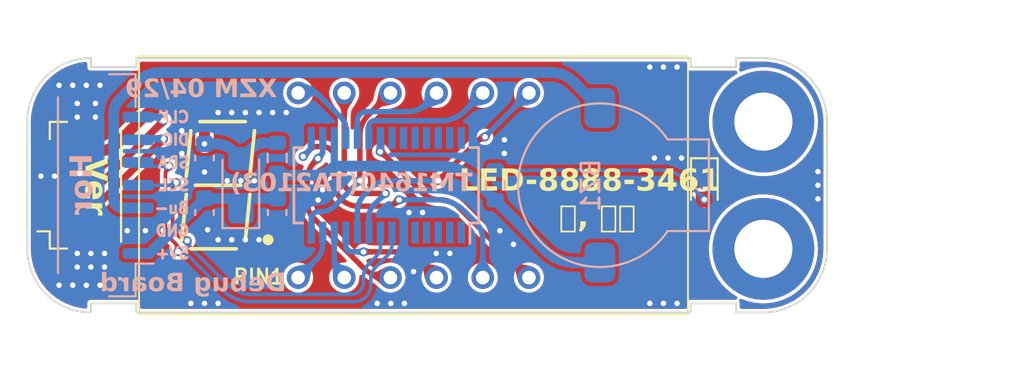
<source format=kicad_pcb>
(kicad_pcb (version 20240108) (generator "pcbnew") (generator_version "8.0")
  (layers (0 "F.Cu" signal) (31 "B.Cu" signal) (34 "B.Paste" user) (35 "F.Paste" user) (36 "B.SilkS" user "B.Silkscreen") (37 "F.SilkS" user "F.Silkscreen") (38 "B.Mask" user) (39 "F.Mask" user) (44 "Edge.Cuts" user))
  (net 0 "")
  (net 1 "/Buzzer-")
  (net 2 "+5V")
  (net 3 "GND")
  (net 4 "3V3_SWD")
  (net 5 "/I2C4_SCL")
  (net 6 "/I2C4_SDA")
  (net 7 "/SWDIO")
  (net 8 "/SWCLK")
  (net 14 "/SEG1")
  (net 15 "/SEG2")
  (net 16 "/SEG3")
  (net 17 "/SEG4")
  (net 18 "/SEG5")
  (net 19 "/SEG6")
  (net 20 "/SEG7")
  (net 21 "/SEG8")
  (net 22 "/GRID1")
  (net 23 "/GRID2")
  (net 24 "/GRID3")
  (net 25 "/GRID4")
  (net 33 "Net-(D2-A)")
  (footprint "Connector_Molex:Molex_PicoBlade_53398-0471_1x04-1MP_P1.25mm_Vertical" (layer "F.Cu") (at 107.95 73.25 90)
    (property "Reference" "J2" (hide yes))
    (property "Value" "SWD")
    (fp_line (start 3.485 -1.21) (end 2.535 -1.21) (stroke (width 0.12)) (layer "F.SilkS"))
    (fp_line (start -2.535 -1.21) (end -2.535 -1.9) (stroke (width 0.12)) (layer "F.SilkS"))
    (fp_line (start -3.485 -1.21) (end -2.535 -1.21) (stroke (width 0.12)) (layer "F.SilkS"))
    (fp_line (start 3.485 -0.26) (end 3.485 -1.21) (stroke (width 0.12)) (layer "F.SilkS"))
    (fp_line (start -3.485 -0.26) (end -3.485 -1.21) (stroke (width 0.12)) (layer "F.SilkS"))
    (fp_line (start -3.115 2.71) (end 3.115 2.71) (stroke (width 0.12)) (layer "F.SilkS"))
    (pad "1" smd roundrect (at -1.875 -1.25 90) (size 0.8 1.3) (layers "F.Cu" "F.Paste" "F.Mask") (net 7 "/SWDIO"))
    (pad "2" smd roundrect (at -0.625 -1.25 90) (size 0.8 1.3) (layers "F.Cu" "F.Paste" "F.Mask") (net 8 "/SWCLK"))
    (pad "3" smd roundrect (at 0.625 -1.25 90) (size 0.8 1.3) (layers "F.Cu" "F.Paste" "F.Mask") (net 3 "GND"))
    (pad "4" smd roundrect (at 1.875 -1.25 90) (size 0.8 1.3) (layers "F.Cu" "F.Paste" "F.Mask") (net 4 "3V3_SWD"))
    (pad "MP" smd roundrect (at -4.425 1.5 90) (size 2.1 3) (layers "F.Cu" "F.Paste" "F.Mask") (roundrect_rratio 0.1190480952) (net 3 "GND"))
    (pad "MP" smd roundrect (at 4.425 1.5 90) (size 2.1 3) (layers "F.Cu" "F.Paste" "F.Mask") (roundrect_rratio 0.1190480952) (net 3 "GND"))
  )
  (footprint "LED_SMD:LED_0603_1608Metric" (layer "F.Cu") (at 142.75 73.25 -90)
    (property "Reference" "D2" (hide yes))
    (property "Value" "G")
    (fp_line (start -1.485 0.735) (end 0.8 0.735) (stroke (width 0.12)) (layer "F.SilkS"))
    (fp_line (start -1.485 -0.735) (end -1.485 0.735) (stroke (width 0.12)) (layer "F.SilkS"))
    (fp_line (start 0.8 -0.735) (end -1.485 -0.735) (stroke (width 0.12)) (layer "F.SilkS"))
    (pad "1" smd roundrect (at -0.7875 0 270) (size 0.875 0.95) (layers "F.Cu" "F.Paste" "F.Mask") (net 3 "GND"))
    (pad "2" smd roundrect (at 0.7875 0 270) (size 0.875 0.95) (layers "F.Cu" "F.Paste" "F.Mask") (net 33 "Net-(D2-A)"))
  )
  (footprint "MountingHole:MountingHole_3.2mm_M3_DIN965_Pad" (layer "F.Cu") (at 146 76.75)
    (property "Reference" "REF**" (hide yes))
    (property "Value" "MountingHole_3.2mm_M3_DIN965_Pad")
    (pad "1" thru_hole circle (at 0 0) (size 5.6 5.6) (drill 3.2) (layers "*.Cu" "*.Mask"))
  )
  (footprint "AEX7 Others:LED-8888-3461" (layer "F.Cu") (at 126.75 73.25)
    (property "Reference" "U2" (hide yes))
    (property "Value" "3461")
    (fp_line (start -12.75 3) (end -12.5 0.5) (stroke (width 0.2)) (layer "F.SilkS"))
    (fp_line (start -12.5 -0.5) (end -12.25 -3) (stroke (width 0.2)) (layer "F.SilkS"))
    (fp_line (start -9.75 3.5) (end -12.25 3.5) (stroke (width 0.2)) (layer "F.SilkS"))
    (fp_line (start -9.5 0) (end -12 0) (stroke (width 0.2)) (layer "F.SilkS"))
    (fp_line (start -9.25 -3.5) (end -11.75 -3.5) (stroke (width 0.2)) (layer "F.SilkS"))
    (fp_line (start -9.25 3) (end -9 0.5) (stroke (width 0.2)) (layer "F.SilkS"))
    (fp_line (start -9 -0.5) (end -8.75 -3) (stroke (width 0.2)) (layer "F.SilkS"))
    (fp_rect (start -15.1 -7.1) (end 15.1 7.1) (stroke (width 0.1)) (fill none) (layer "F.SilkS"))
    (fp_circle (center -8 3) (end -7.85 3) (stroke (width 0.3)) (fill none) (layer "F.SilkS"))
    (fp_text user "PIN1" (at -10 5.5 0) (layer "F.SilkS") (effects (font (size 0.8 0.8) (thickness 0.15) (bold yes)) (justify left bottom)))
    (pad "1" thru_hole circle (at -6.35 5.08) (size 1.25 1.25) (drill 0.75) (layers "*.Cu" "*.Mask") (net 18 "/SEG5"))
    (pad "2" thru_hole circle (at -3.81 5.08) (size 1.25 1.25) (drill 0.75) (layers "*.Cu" "*.Mask") (net 17 "/SEG4"))
    (pad "3" thru_hole circle (at -1.27 5.08) (size 1.25 1.25) (drill 0.75) (layers "*.Cu" "*.Mask") (net 21 "/SEG8"))
    (pad "4" thru_hole circle (at 1.27 5.08) (size 1.25 1.25) (drill 0.75) (layers "*.Cu" "*.Mask") (net 16 "/SEG3"))
    (pad "5" thru_hole circle (at 3.81 5.08) (size 1.25 1.25) (drill 0.75) (layers "*.Cu" "*.Mask") (net 20 "/SEG7"))
    (pad "6" thru_hole circle (at 6.35 5.08) (size 1.25 1.25) (drill 0.75) (layers "*.Cu" "*.Mask") (net 25 "/GRID4"))
    (pad "7" thru_hole circle (at 6.35 -5.08) (size 1.25 1.25) (drill 0.75) (layers "*.Cu" "*.Mask") (net 15 "/SEG2"))
    (pad "8" thru_hole circle (at 3.81 -5.08) (size 1.25 1.25) (drill 0.75) (layers "*.Cu" "*.Mask") (net 24 "/GRID3"))
    (pad "9" thru_hole circle (at 1.27 -5.08) (size 1.25 1.25) (drill 0.75) (layers "*.Cu" "*.Mask") (net 23 "/GRID2"))
    (pad "10" thru_hole circle (at -1.27 -5.08) (size 1.25 1.25) (drill 0.75) (layers "*.Cu" "*.Mask") (net 19 "/SEG6"))
    (pad "11" thru_hole circle (at -3.81 -5.08) (size 1.25 1.25) (drill 0.75) (layers "*.Cu" "*.Mask") (net 14 "/SEG1"))
    (pad "12" thru_hole circle (at -6.35 -5.08) (size 1.25 1.25) (drill 0.75) (layers "*.Cu" "*.Mask") (net 22 "/GRID1"))
  )
  (footprint "MountingHole:MountingHole_3.2mm_M3_DIN965_Pad" (layer "F.Cu") (at 146 69.75)
    (property "Reference" "REF**" (hide yes))
    (property "Value" "MountingHole_3.2mm_M3_DIN965_Pad")
    (pad "1" thru_hole circle (at 0 0) (size 5.6 5.6) (drill 3.2) (layers "*.Cu" "*.Mask"))
  )
  (footprint "RM24:MLT-9032" (layer "B.Cu") (at 137 73.25 -90)
    (property "Reference" "BZ1" (at 0 0.5 90) (layer "B.SilkS") (effects (justify mirror)))
    (property "Value" "Buzzer")
    (fp_line (start -2.519358 -3.72865) (end -2.519358 -6) (stroke (width 0.12)) (layer "B.SilkS"))
    (fp_line (start 2.519358 -3.72865) (end 2.519358 -6) (stroke (width 0.12)) (layer "B.SilkS"))
    (fp_line (start 2.519358 -6) (end -2.519358 -6) (stroke (width 0.12)) (layer "B.SilkS"))
    (fp_arc (start 2.519358 -3.72865) (mid 0 4.5) (end -2.519358 -3.72865) (stroke (width 0.12)) (layer "B.SilkS"))
    (pad "1" smd roundrect (at -4.25 0 270) (size 2.2 1.7) (layers "B.Cu" "B.Paste" "B.Mask") (net 1 "/Buzzer-"))
    (pad "2" smd roundrect (at 4.25 0 270) (size 2.2 1.7) (layers "B.Cu" "B.Paste" "B.Mask") (net 2 "+5V"))
  )
  (footprint "Connector_JST:JST_GH_SM07B-GHS-TB_1x07-1MP_P1.25mm_Horizontal" (layer "B.Cu") (at 109.75 73.25 90)
    (property "Reference" "J3" (hide yes))
    (property "Value" "Conn_01x07_MountingPin")
    (fp_line (start -4.84 -2.56) (end 4.84 -2.56) (stroke (width 0.12)) (layer "B.SilkS"))
    (fp_line (start 6.11 0.26) (end 6.11 1.71) (stroke (width 0.12)) (layer "B.SilkS"))
    (fp_line (start -6.11 0.26) (end -6.11 1.71) (stroke (width 0.12)) (layer "B.SilkS"))
    (fp_line (start 6.11 1.71) (end 4.31 1.71) (stroke (width 0.12)) (layer "B.SilkS"))
    (fp_line (start -4.31 1.71) (end -4.31 2.7) (stroke (width 0.12)) (layer "B.SilkS"))
    (fp_line (start -6.11 1.71) (end -4.31 1.71) (stroke (width 0.12)) (layer "B.SilkS"))
    (pad "1" smd roundrect (at -3.75 1.85 90) (size 0.6 1.7) (layers "B.Cu" "B.Paste" "B.Mask") (net 2 "+5V"))
    (pad "2" smd roundrect (at -2.5 1.85 90) (size 0.6 1.7) (layers "B.Cu" "B.Paste" "B.Mask") (net 3 "GND"))
    (pad "3" smd roundrect (at -1.25 1.85 90) (size 0.6 1.7) (layers "B.Cu" "B.Paste" "B.Mask") (net 1 "/Buzzer-"))
    (pad "4" smd roundrect (at 0 1.85 90) (size 0.6 1.7) (layers "B.Cu" "B.Paste" "B.Mask") (net 5 "/I2C4_SCL"))
    (pad "5" smd roundrect (at 1.25 1.85 90) (size 0.6 1.7) (layers "B.Cu" "B.Paste" "B.Mask") (net 6 "/I2C4_SDA"))
    (pad "6" smd roundrect (at 2.5 1.85 90) (size 0.6 1.7) (layers "B.Cu" "B.Paste" "B.Mask") (net 7 "/SWDIO"))
    (pad "7" smd roundrect (at 3.75 1.85 90) (size 0.6 1.7) (layers "B.Cu" "B.Paste" "B.Mask") (net 8 "/SWCLK"))
    (pad "MP" smd roundrect (at -5.6 -1.35 90) (size 1 2.7) (layers "B.Cu" "B.Paste" "B.Mask") (net 3 "GND"))
    (pad "MP" smd roundrect (at 5.6 -1.35 90) (size 1 2.7) (layers "B.Cu" "B.Paste" "B.Mask") (net 3 "GND"))
  )
  (footprint "Package_SO:SSOP-28_3.9x9.9mm_P0.635mm" (layer "B.Cu") (at 125.25 73.25 90)
    (property "Reference" "U1" (hide yes))
    (property "Value" "TM1640(TA2103) SSOP-28")
    (fp_line (start 2.075 -5.08) (end 2.075 -4.6) (stroke (width 0.15)) (layer "B.SilkS"))
    (fp_line (start -2.075 -5.08) (end 2.075 -5.08) (stroke (width 0.15)) (layer "B.SilkS"))
    (fp_line (start -2.075 -5.08) (end -2.075 -4.6) (stroke (width 0.15)) (layer "B.SilkS"))
    (fp_line (start -2.075 4.6) (end -3.2 4.6) (stroke (width 0.15)) (layer "B.SilkS"))
    (fp_line (start 2.075 5.08) (end 2.075 4.6) (stroke (width 0.15)) (layer "B.SilkS"))
    (fp_line (start -2.075 5.08) (end -2.075 4.6) (stroke (width 0.15)) (layer "B.SilkS"))
    (fp_line (start -2.075 5.08) (end 2.075 5.08) (stroke (width 0.15)) (layer "B.SilkS"))
    (pad "1" smd rect (at -2.6 4.1275 90) (size 1.2 0.4) (layers "B.Cu" "B.Paste" "B.Mask"))
    (pad "2" smd rect (at -2.6 3.4925 90) (size 1.2 0.4) (layers "B.Cu" "B.Paste" "B.Mask"))
    (pad "3" smd rect (at -2.6 2.8575 90) (size 1.2 0.4) (layers "B.Cu" "B.Paste" "B.Mask"))
    (pad "4" smd rect (at -2.6 2.2225 90) (size 1.2 0.4) (layers "B.Cu" "B.Paste" "B.Mask"))
    (pad "5" smd rect (at -2.6 1.5875 90) (size 1.2 0.4) (layers "B.Cu" "B.Paste" "B.Mask"))
    (pad "6" smd rect (at -2.6 0.9525 90) (size 1.2 0.4) (layers "B.Cu" "B.Paste" "B.Mask") (net 3 "GND"))
    (pad "7" smd rect (at -2.6 0.3175 90) (size 1.2 0.4) (layers "B.Cu" "B.Paste" "B.Mask") (net 6 "/I2C4_SDA"))
    (pad "8" smd rect (at -2.6 -0.3175 90) (size 1.2 0.4) (layers "B.Cu" "B.Paste" "B.Mask") (net 5 "/I2C4_SCL"))
    (pad "9" smd rect (at -2.6 -0.9525 90) (size 1.2 0.4) (layers "B.Cu" "B.Paste" "B.Mask") (net 14 "/SEG1"))
    (pad "10" smd rect (at -2.6 -1.5875 90) (size 1.2 0.4) (layers "B.Cu" "B.Paste" "B.Mask") (net 15 "/SEG2"))
    (pad "11" smd rect (at -2.6 -2.2225 90) (size 1.2 0.4) (layers "B.Cu" "B.Paste" "B.Mask") (net 16 "/SEG3"))
    (pad "12" smd rect (at -2.6 -2.8575 90) (size 1.2 0.4) (layers "B.Cu" "B.Paste" "B.Mask") (net 17 "/SEG4"))
    (pad "13" smd rect (at -2.6 -3.4925 90) (size 1.2 0.4) (layers "B.Cu" "B.Paste" "B.Mask") (net 18 "/SEG5"))
    (pad "14" smd rect (at -2.6 -4.1275 90) (size 1.2 0.4) (layers "B.Cu" "B.Paste" "B.Mask") (net 19 "/SEG6"))
    (pad "15" smd rect (at 2.6 -4.1275 90) (size 1.2 0.4) (layers "B.Cu" "B.Paste" "B.Mask") (net 20 "/SEG7"))
    (pad "16" smd rect (at 2.6 -3.4925 90) (size 1.2 0.4) (layers "B.Cu" "B.Paste" "B.Mask") (net 21 "/SEG8"))
    (pad "17" smd rect (at 2.6 -2.8575 90) (size 1.2 0.4) (layers "B.Cu" "B.Paste" "B.Mask") (net 2 "+5V"))
    (pad "18" smd rect (at 2.6 -2.2225 90) (size 1.2 0.4) (layers "B.Cu" "B.Paste" "B.Mask") (net 22 "/GRID1"))
    (pad "19" smd rect (at 2.6 -1.5875 90) (size 1.2 0.4) (layers "B.Cu" "B.Paste" "B.Mask") (net 23 "/GRID2"))
    (pad "20" smd rect (at 2.6 -0.9525 90) (size 1.2 0.4) (layers "B.Cu" "B.Paste" "B.Mask") (net 24 "/GRID3"))
    (pad "21" smd rect (at 2.6 -0.3175 90) (size 1.2 0.4) (layers "B.Cu" "B.Paste" "B.Mask") (net 25 "/GRID4"))
    (pad "22" smd rect (at 2.6 0.3175 90) (size 1.2 0.4) (layers "B.Cu" "B.Paste" "B.Mask"))
    (pad "23" smd rect (at 2.6 0.9525 90) (size 1.2 0.4) (layers "B.Cu" "B.Paste" "B.Mask"))
    (pad "24" smd rect (at 2.6 1.5875 90) (size 1.2 0.4) (layers "B.Cu" "B.Paste" "B.Mask"))
    (pad "25" smd rect (at 2.6 2.2225 90) (size 1.2 0.4) (layers "B.Cu" "B.Paste" "B.Mask"))
    (pad "26" smd rect (at 2.6 2.8575 90) (size 1.2 0.4) (layers "B.Cu" "B.Paste" "B.Mask"))
    (pad "27" smd rect (at 2.6 3.4925 90) (size 1.2 0.4) (layers "B.Cu" "B.Paste" "B.Mask"))
    (pad "28" smd rect (at 2.6 4.1275 90) (size 1.2 0.4) (layers "B.Cu" "B.Paste" "B.Mask"))
  )
  (footprint "Capacitor_SMD:C_0603_1608Metric" (layer "B.Cu") (at 115.25 74.75 -90)
    (property "Reference" "C1" (hide yes))
    (property "Value" "100n")
    (fp_line (start -0.14058 0.51) (end 0.14058 0.51) (stroke (width 0.12)) (layer "B.SilkS"))
    (fp_line (start -0.14058 -0.51) (end 0.14058 -0.51) (stroke (width 0.12)) (layer "B.SilkS"))
    (pad "1" smd roundrect (at -0.775 0 270) (size 0.9 0.95) (layers "B.Cu" "B.Paste" "B.Mask") (net 2 "+5V"))
    (pad "2" smd roundrect (at 0.775 0 270) (size 0.9 0.95) (layers "B.Cu" "B.Paste" "B.Mask") (net 3 "GND"))
  )
  (footprint "Resistor_SMD:R_0603_1608Metric" (layer "B.Cu") (at 119.25 71.75 -90)
    (property "Reference" "R1" (hide yes))
    (property "Value" "10k")
    (fp_line (start -0.237258 0.5225) (end 0.237258 0.5225) (stroke (width 0.12)) (layer "B.SilkS"))
    (fp_line (start -0.237258 -0.5225) (end 0.237258 -0.5225) (stroke (width 0.12)) (layer "B.SilkS"))
    (pad "1" smd roundrect (at -0.825 0 270) (size 0.8 0.95) (layers "B.Cu" "B.Paste" "B.Mask") (net 4 "3V3_SWD"))
    (pad "2" smd roundrect (at 0.825 0 270) (size 0.8 0.95) (layers "B.Cu" "B.Paste" "B.Mask") (net 2 "+5V"))
  )
  (footprint "Capacitor_SMD:C_0603_1608Metric" (layer "B.Cu") (at 115.25 71.75 -90)
    (property "Reference" "C3" (hide yes))
    (property "Value" "10u")
    (fp_line (start -0.14058 0.51) (end 0.14058 0.51) (stroke (width 0.12)) (layer "B.SilkS"))
    (fp_line (start -0.14058 -0.51) (end 0.14058 -0.51) (stroke (width 0.12)) (layer "B.SilkS"))
    (pad "1" smd roundrect (at -0.775 0 270) (size 0.9 0.95) (layers "B.Cu" "B.Paste" "B.Mask") (net 4 "3V3_SWD"))
    (pad "2" smd roundrect (at 0.775 0 270) (size 0.9 0.95) (layers "B.Cu" "B.Paste" "B.Mask") (net 3 "GND"))
  )
  (footprint "Diode_SMD:D_SMF" (layer "B.Cu") (at 117.25 73.25 90)
    (property "Reference" "D1" (hide yes))
    (property "Value" "K34")
    (fp_line (start -2.36 -1.01) (end 1.4 -1.01) (stroke (width 0.12)) (layer "B.SilkS"))
    (fp_line (start -2.36 1.01) (end -2.36 -1.01) (stroke (width 0.12)) (layer "B.SilkS"))
    (fp_line (start -2.36 1.01) (end 1.4 1.01) (stroke (width 0.12)) (layer "B.SilkS"))
    (pad "1" smd roundrect (at -1.45 0 90) (size 1.3 1.4) (layers "B.Cu" "B.Paste" "B.Mask") (roundrect_rratio 0.1923076923) (net 2 "+5V"))
    (pad "2" smd roundrect (at 1.45 0 90) (size 1.3 1.4) (layers "B.Cu" "B.Paste" "B.Mask") (roundrect_rratio 0.1923076923) (net 4 "3V3_SWD"))
  )
  (footprint "Resistor_SMD:R_0603_1608Metric" (layer "B.Cu") (at 131.25 73.25 90)
    (property "Reference" "R2" (hide yes))
    (property "Value" "10k")
    (fp_line (start -0.237258 -0.5225) (end 0.237258 -0.5225) (stroke (width 0.12)) (layer "B.SilkS"))
    (fp_line (start -0.237258 0.5225) (end 0.237258 0.5225) (stroke (width 0.12)) (layer "B.SilkS"))
    (pad "1" smd roundrect (at -0.825 0 90) (size 0.8 0.95) (layers "B.Cu" "B.Paste" "B.Mask") (net 2 "+5V"))
    (pad "2" smd roundrect (at 0.825 0 90) (size 0.8 0.95) (layers "B.Cu" "B.Paste" "B.Mask") (net 33 "Net-(D2-A)"))
  )
  (footprint "Capacitor_SMD:C_0603_1608Metric" (layer "B.Cu") (at 119.25 74.75 -90)
    (property "Reference" "C2" (hide yes))
    (property "Value" "10u")
    (fp_line (start -0.14058 0.51) (end 0.14058 0.51) (stroke (width 0.12)) (layer "B.SilkS"))
    (fp_line (start -0.14058 -0.51) (end 0.14058 -0.51) (stroke (width 0.12)) (layer "B.SilkS"))
    (pad "1" smd roundrect (at -0.775 0 270) (size 0.9 0.95) (layers "B.Cu" "B.Paste" "B.Mask") (net 2 "+5V"))
    (pad "2" smd roundrect (at 0.775 0 270) (size 0.9 0.95) (layers "B.Cu" "B.Paste" "B.Mask") (net 3 "GND"))
  )
  (gr_line (start 144.5 66.75) (end 142 66.75) (stroke (width 0.1)) (layer "Edge.Cuts"))
  (gr_line (start 111.5 79.75) (end 111.5 80.25) (stroke (width 0.1)) (layer "Edge.Cuts"))
  (gr_line (start 109 66.75) (end 109 66.25) (stroke (width 0.1)) (layer "Edge.Cuts"))
  (gr_line (start 149.5 69.75) (end 149.5 76.75) (stroke (width 0.1)) (layer "Edge.Cuts"))
  (gr_line (start 111.5 66.25) (end 111.5 66.75) (stroke (width 0.1)) (layer "Edge.Cuts"))
  (gr_line (start 142 66.75) (end 142 66.25) (stroke (width 0.1)) (layer "Edge.Cuts"))
  (gr_line (start 142 80.25) (end 111.5 80.25) (stroke (width 0.1)) (layer "Edge.Cuts"))
  (gr_line (start 142 80.25) (end 142 79.75) (stroke (width 0.1)) (layer "Edge.Cuts"))
  (gr_arc (start 146 66.25) (mid 148.474874 67.275126) (end 149.5 69.75) (stroke (width 0.1)) (layer "Edge.Cuts"))
  (gr_arc (start 149.5 76.75) (mid 148.474874 79.224874) (end 146 80.25) (stroke (width 0.1)) (layer "Edge.Cuts"))
  (gr_line (start 109 80.25) (end 109 79.75) (stroke (width 0.1)) (layer "Edge.Cuts"))
  (gr_line (start 111.5 66.25) (end 142 66.25) (stroke (width 0.1)) (layer "Edge.Cuts"))
  (gr_arc (start 105.5 69.75) (mid 106.525126 67.275126) (end 109 66.25) (stroke (width 0.1)) (layer "Edge.Cuts"))
  (gr_line (start 146 80.25) (end 144.5 80.25) (stroke (width 0.1)) (layer "Edge.Cuts"))
  (gr_line (start 109 79.75) (end 111.5 79.75) (stroke (width 0.1)) (layer "Edge.Cuts"))
  (gr_line (start 144.5 66.25) (end 144.5 66.75) (stroke (width 0.1)) (layer "Edge.Cuts"))
  (gr_line (start 111.5 66.75) (end 109 66.75) (stroke (width 0.1)) (layer "Edge.Cuts"))
  (gr_line (start 142 79.75) (end 144.5 79.75) (stroke (width 0.1)) (layer "Edge.Cuts"))
  (gr_line (start 144.5 66.25) (end 146 66.25) (stroke (width 0.1)) (layer "Edge.Cuts"))
  (gr_arc (start 109 80.25) (mid 106.525126 79.224874) (end 105.5 76.75) (stroke (width 0.1)) (layer "Edge.Cuts"))
  (gr_line (start 105.5 76.75) (end 105.5 69.75) (stroke (width 0.1)) (layer "Edge.Cuts"))
  (gr_line (start 144.5 79.75) (end 144.5 80.25) (stroke (width 0.1)) (layer "Edge.Cuts"))
  (gr_text "GND" (at 114.5 75.75 0) (layer "B.SilkS") (effects (font (size 0.6 0.6)) (justify left mirror)))
  (gr_text "Bu-" (at 114.5 74.5 0) (layer "B.SilkS") (effects (font (size 0.6 0.6)) (justify left mirror)))
  (gr_text "XZM 04/29\n\n" (at 119.25 70.25 0) (layer "B.SilkS") (effects (font (size 1 1) (thickness 0.24) (bold yes)) (justify left bottom mirror)))
  (gr_text "Hor" (at 109.25 71.5 90) (layer "B.SilkS") (effects (font (size 1.2 1.2) (thickness 0.24) (bold yes)) (justify left bottom mirror)))
  (gr_text "DIO" (at 114.5 70.75 0) (layer "B.SilkS") (effects (font (size 0.6 0.6)) (justify left mirror)))
  (gr_text "Debug Board" (at 119.75 79.25 0) (layer "B.SilkS") (effects (font (size 1 1) (thickness 0.24) (bold yes)) (justify left bottom mirror)))
  (gr_text "CLK" (at 114.5 69.5 0) (layer "B.SilkS") (effects (font (size 0.6 0.6)) (justify left mirror)))
  (gr_text "5V+" (at 114.5 77 0) (layer "B.SilkS") (effects (font (size 0.6 0.6)) (justify left mirror)))
  (gr_text "SCL" (at 114.5 73.25 0) (layer "B.SilkS") (effects (font (size 0.6 0.6)) (justify left mirror)))
  (gr_text "TM1640(TA2103)" (at 130 73.75 0) (layer "B.SilkS") (effects (font (size 1 1) (thickness 0.24) (bold yes)) (justify left bottom mirror)))
  (gr_text "SDA" (at 114.5 72 0) (layer "B.SilkS") (effects (font (size 0.6 0.6)) (justify left mirror)))
  (gr_text "LED-8888-3461" (at 129.25 73.75 0) (layer "F.SilkS") (effects (font (size 1.2 1.2) (thickness 0.24) (bold yes)) (justify left bottom)))
  (gr_text "Ver" (at 108.5 71.75 270) (layer "F.SilkS") (effects (font (size 1.2 1.2) (thickness 0.24) (bold yes)) (justify left bottom)))
  (gr_text "绿, 共阴" (at 134.75 75.75 0) (layer "F.SilkS") (effects (font (size 1.2 1.2) (thickness 0.24) (bold yes)) (justify left bottom)))
  (segment (start 110.6 68.5) (end 111.5 67.6) (width 0.6) (layer "B.Cu") (net 1))
  (segment (start 110.324332 74.267465) (end 110.275488 74.166038) (width 0.6) (layer "B.Cu") (net 1))
  (segment (start 110.250438 74.056286) (end 110.25 73.999999) (width 0.6) (layer "B.Cu") (net 1))
  (segment (start 110.750001 74.5) (end 110.693714 74.499562) (width 0.6) (layer "B.Cu") (net 1))
  (segment (start 111.6 74.5) (end 110.750001 74.5) (width 0.6) (layer "B.Cu") (net 1))
  (segment (start 135.571794 67.571795) (end 135.7 67.7) (width 0.6) (layer "B.Cu") (net 1))
  (segment (start 110.693714 74.499562) (end 110.583962 74.474512) (width 0.6) (layer "B.Cu") (net 1))
  (segment (start 112.839888 67.045) (end 134.3 67.045) (width 0.6) (layer "B.Cu") (net 1))
  (segment (start 110.25 73.999999) (end 110.25 69.344974) (width 0.6) (layer "B.Cu") (net 1))
  (segment (start 110.482535 74.425668) (end 110.394521 74.355479) (width 0.6) (layer "B.Cu") (net 1))
  (segment (start 135.7 67.7) (end 137 69) (width 0.6) (layer "B.Cu") (net 1))
  (segment (start 110.583962 74.474512) (end 110.482535 74.425668) (width 0.6) (layer "B.Cu") (net 1))
  (segment (start 110.394521 74.355479) (end 110.324332 74.267465) (width 0.6) (layer "B.Cu") (net 1))
  (segment (start 110.275488 74.166038) (end 110.250438 74.056286) (width 0.6) (layer "B.Cu") (net 1))
  (arc (start 134.3 67.045) (mid 134.98829 67.181909) (end 135.571794 67.571795) (width 0.6) (layer "B.Cu") (net 1))
  (arc (start 110.25 69.344974) (mid 110.340962 68.887678) (end 110.6 68.5) (width 0.6) (layer "B.Cu") (net 1))
  (arc (start 111.5 67.6) (mid 112.114745 67.18924) (end 112.839888 67.045) (width 0.6) (layer "B.Cu") (net 1))
  (segment (start 119.25 73.975) (end 119.25 72.575) (width 0.6) (layer "B.Cu") (net 2))
  (segment (start 122.394974 72.205025) (end 122.4 72.2) (width 0.6) (layer "B.Cu") (net 2))
  (segment (start 122.3925 72.1925) (end 122.4 72.2) (width 0.4) (layer "B.Cu") (net 2))
  (segment (start 131.25 74.075) (end 134.020926 76.845926) (width 0.6) (layer "B.Cu") (net 2))
  (segment (start 112.225 77) (end 115.25 73.975) (width 0.6) (layer "B.Cu") (net 2))
  (segment (start 115.25 73.975) (end 119.25 73.975) (width 0.6) (layer "B.Cu") (net 2))
  (segment (start 111.6 77) (end 112.225 77) (width 0.6) (layer "B.Cu") (net 2))
  (segment (start 121.2 72.7) (end 119.375 72.7) (width 0.6) (layer "B.Cu") (net 2))
  (segment (start 130.1875 73.0125) (end 131.25 74.075) (width 0.6) (layer "B.Cu") (net 2))
  (segment (start 122.3925 70.65) (end 122.3925 72.1925) (width 0.4) (layer "B.Cu") (net 2))
  (segment (start 122.4 72.2) (end 128.225952 72.2) (width 0.6) (layer "B.Cu") (net 2))
  (segment (start 135.6 77.5) (end 137 77.5) (width 0.6) (layer "B.Cu") (net 2))
  (segment (start 119.375 72.7) (end 119.25 72.575) (width 0.6) (layer "B.Cu") (net 2))
  (arc (start 121.2 72.7) (mid 121.846715 72.57136) (end 122.394974 72.205025) (width 0.6) (layer "B.Cu") (net 2))
  (arc (start 134.020926 76.845926) (mid 134.745411 77.330012) (end 135.6 77.5) (width 0.6) (layer "B.Cu") (net 2))
  (arc (start 128.225952 72.2) (mid 129.287534 72.411162) (end 130.1875 73.0125) (width 0.6) (layer "B.Cu") (net 2))
  (segment (start 106.7 72.625) (end 108.375 72.625) (width 0.3) (layer "F.Cu") (net 3))
  (segment (start 115.425 72.7) (end 115.25 72.525) (width 0.3) (layer "F.Cu") (net 3))
  (segment (start 115.425 75.7) (end 115.425 72.7) (width 0.3) (layer "F.Cu") (net 3))
  (segment (start 108.375 72.625) (end 108.4 72.6) (width 0.3) (layer "F.Cu") (net 3))
  (via (at 114.5 79.75) (size 0.5) (drill 0.3) (layers "F.Cu" "B.Cu") (net 3))
  (via (at 141.25 66.75) (size 0.5) (drill 0.3) (layers "F.Cu" "B.Cu") (net 3))
  (via (at 132.25 76.5) (size 0.5) (drill 0.3) (layers "F.Cu" "B.Cu") (net 3))
  (via (at 139.75 66.75) (size 0.5) (drill 0.3) (layers "F.Cu" "B.Cu") (net 3))
  (via (at 140.5 79.75) (size 0.5) (drill 0.3) (layers "F.Cu" "B.Cu") (net 3))
  (via (at 108.25 68.75) (size 0.5) (drill 0.3) (layers "F.Cu" "B.Cu") (net 3))
  (via (at 116.5 73) (size 0.5) (drill 0.3) (layers "F.Cu" "B.Cu") (net 3))
  (via (at 109.5 78.75) (size 0.5) (drill 0.3) (layers "F.Cu" "B.Cu") (net 3))
  (via (at 118 73) (size 0.5) (drill 0.3) (layers "F.Cu" "B.Cu") (net 3))
  (via (at 126.5 74.75) (size 0.5) (drill 0.3) (layers "F.Cu" "B.Cu") (net 3))
  (via (at 139.75 79.75) (size 0.5) (drill 0.3) (layers "F.Cu" "B.Cu") (net 3))
  (via (at 108.25 77.75) (size 0.5) (drill 0.3) (layers "F.Cu" "B.Cu") (net 3))
  (via (at 116.75 76.25) (size 0.5) (drill 0.3) (layers "F.Cu" "B.Cu") (net 3))
  (via (at 131.75 70.75) (size 0.5) (drill 0.3) (layers "F.Cu" "B.Cu") (net 3))
  (via (at 140.75 71.75) (size 0.5) (drill 0.3) (layers "F.Cu" "B.Cu") (net 3))
  (via (at 109.75 77.75) (size 0.5) (drill 0.3) (layers "F.Cu" "B.Cu") (net 3))
  (via (at 117.25 73) (size 0.5) (drill 0.3) (layers "F.Cu" "B.Cu") (net 3))
  (via (at 115.25 72.525) (size 0.5) (drill 0.3) (layers "F.Cu" "B.Cu") (net 3))
  (via (at 108.25 69.5) (size 0.5) (drill 0.3) (layers "F.Cu" "B.Cu") (net 3))
  (via (at 118.25 76.25) (size 0.5) (drill 0.3) (layers "F.Cu" "B.Cu") (net 3))
  (via (at 109.5 67.75) (size 0.5) (drill 0.3) (layers "F.Cu" "B.Cu") (net 3))
  (via (at 107.25 78.75) (size 0.5) (drill 0.3) (layers "F.Cu" "B.Cu") (net 3))
  (via (at 117.5 69.25) (size 0.5) (drill 0.3) (layers "F.Cu" "B.Cu") (net 3))
  (via (at 119 69.25) (size 0.5) (drill 0.3) (layers "F.Cu" "B.Cu") (net 3))
  (via (at 149 72.5) (size 0.5) (drill 0.3) (layers "F.Cu" "B.Cu") (net 3))
  (via (at 108.75 78.75) (size 0.5) (drill 0.3) (layers "F.Cu" "B.Cu") (net 3))
  (via (at 116 79.75) (size 0.5) (drill 0.3) (layers "F.Cu" "B.Cu") (net 3))
  (via (at 131.75 71.5) (size 0.5) (drill 0.3) (layers "F.Cu" "B.Cu") (net 3))
  (via (at 124.75 79.75) (size 0.5) (drill 0.3) (layers "F.Cu" "B.Cu") (net 3))
  (via (at 149 74) (size 0.5) (drill 0.3) (layers "F.Cu" "B.Cu") (net 3))
  (via (at 115.25 79.75) (size 0.5) (drill 0.3) (layers "F.Cu" "B.Cu") (net 3))
  (via (at 126.25 79.75) (size 0.5) (drill 0.3) (layers "F.Cu" "B.Cu") (net 3))
  (via (at 109 77) (size 0.5) (drill 0.3) (layers "F.Cu" "B.Cu") (net 3))
  (via (at 109.25 68.75) (size 0.5) (drill 0.3) (layers "F.Cu" "B.Cu") (net 3))
  (via (at 115.425 75.7) (size 0.5) (drill 0.3) (layers "F.Cu" "B.Cu") (net 3))
  (via (at 128 77) (size 0.5) (drill 0.3) (layers "F.Cu" "B.Cu") (net 3))
  (via (at 112 75.75) (size 0.5) (drill 0.3) (layers "F.Cu" "B.Cu") (net 3))
  (via (at 117.5 76.25) (size 0.5) (drill 0.3) (layers "F.Cu" "B.Cu") (net 3))
  (via (at 116.75 69.25) (size 0.5) (drill 0.3) (layers "F.Cu" "B.Cu") (net 3))
  (via (at 125.5 79.75) (size 0.5) (drill 0.3) (layers "F.Cu" "B.Cu") (net 3))
  (via (at 116 76.25) (size 0.5) (drill 0.3) (layers "F.Cu" "B.Cu") (net 3))
  (via (at 108 78.75) (size 0.5) (drill 0.3) (layers "F.Cu" "B.Cu") (net 3))
  (via (at 109.25 69.5) (size 0.5) (drill 0.3) (layers "F.Cu" "B.Cu") (net 3))
  (via (at 107.25 67.75) (size 0.5) (drill 0.3) (layers "F.Cu" "B.Cu") (net 3))
  (via (at 141.5 71.75) (size 0.5) (drill 0.3) (layers "F.Cu" "B.Cu") (net 3))
  (via (at 141.25 79.75) (size 0.5) (drill 0.3) (layers "F.Cu" "B.Cu") (net 3))
  (via (at 121.75 73.5) (size 0.5) (drill 0.3) (layers "F.Cu" "B.Cu") (net 3))
  (via (at 106.25 72.75) (size 0.5) (drill 0.3) (layers "F.Cu" "B.Cu") (net 3))
  (via (at 149 73.25) (size 0.5) (drill 0.3) (layers "F.Cu" "B.Cu") (net 3))
  (via (at 108.4 72.6) (size 0.5) (drill 0.3) (layers "F.Cu" "B.Cu") (net 3))
  (via (at 107 72.75) (size 0.5) (drill 0.3) (layers "F.Cu" "B.Cu") (net 3))
  (via (at 114 70.25) (size 0.5) (drill 0.3) (layers "F.Cu" "B.Cu") (net 3))
  (via (at 127.25 74.75) (size 0.5) (drill 0.3) (layers "F.Cu" "B.Cu") (net 3))
  (via (at 108 67.75) (size 0.5) (drill 0.3) (layers "F.Cu" "B.Cu") (net 3))
  (via (at 108.25 77) (size 0.5) (drill 0.3) (layers "F.Cu" "B.Cu") (net 3))
  (via (at 118.25 69.25) (size 0.5) (drill 0.3) (layers "F.Cu" "B.Cu") (net 3))
  (via (at 114 71.5) (size 0.5) (drill 0.3) (layers "F.Cu" "B.Cu") (net 3))
  (via (at 140.5 66.75) (size 0.5) (drill 0.3) (layers "F.Cu" "B.Cu") (net 3))
  (via (at 111 75.75) (size 0.5) (drill 0.3) (layers "F.Cu" "B.Cu") (net 3))
  (via (at 121.5 74.060884) (size 0.5) (drill 0.3) (layers "F.Cu" "B.Cu") (net 3))
  (via (at 109.75 77) (size 0.5) (drill 0.3) (layers "F.Cu" "B.Cu") (net 3))
  (via (at 131.5 75.75) (size 0.5) (drill 0.3) (layers "F.Cu" "B.Cu") (net 3))
  (via (at 119.75 69.25) (size 0.5) (drill 0.3) (layers "F.Cu" "B.Cu") (net 3))
  (via (at 140 71.75) (size 0.5) (drill 0.3) (layers "F.Cu" "B.Cu") (net 3))
  (via (at 109 77.75) (size 0.5) (drill 0.3) (layers "F.Cu" "B.Cu") (net 3))
  (via (at 108.75 67.75) (size 0.5) (drill 0.3) (layers "F.Cu" "B.Cu") (net 3))
  (via (at 126.75 78) (size 0.5) (drill 0.3) (layers "F.Cu" "B.Cu") (net 3))
  (via (at 128.75 77) (size 0.5) (drill 0.3) (layers "F.Cu" "B.Cu") (net 3))
  (via (at 116 69.25) (size 0.5) (drill 0.3) (layers "F.Cu" "B.Cu") (net 3))
  (segment (start 119.25 75.525) (end 119.075 75.7) (width 0.3) (layer "B.Cu") (net 3))
  (segment (start 119.075 75.7) (end 115.425 75.7) (width 0.3) (layer "B.Cu") (net 3))
  (segment (start 115.25 75.525) (end 115.425 75.7) (width 0.3) (layer "B.Cu") (net 3))
  (segment (start 109.4 71.375) (end 106.7 71.375) (width 0.6) (layer "F.Cu") (net 4))
  (segment (start 115.25 70.975) (end 115.25 69.75) (width 0.6) (layer "F.Cu") (net 4))
  (segment (start 114.4 68.9) (end 113.2 68.9) (width 0.6) (layer "F.Cu") (net 4))
  (segment (start 111.992372 69.400216) (end 110.646294 70.746294) (width 0.6) (layer "F.Cu") (net 4))
  (segment (start 110.646294 70.746294) (end 110.454289 70.938299) (width 0.6) (layer "F.Cu") (net 4))
  (via (at 115.25 70.975) (size 0.5) (drill 0.3) (layers "F.Cu" "B.Cu") (net 4))
  (arc (start 115.25 69.75) (mid 115.001041 69.148959) (end 114.4 68.9) (width 0.6) (layer "F.Cu") (net 4))
  (arc (start 110.454289 70.938299) (mid 109.970578 71.261505) (end 109.4 71.375) (width 0.6) (layer "F.Cu") (net 4))
  (arc (start 113.2 68.9) (mid 112.546436 69.030002) (end 111.992372 69.400216) (width 0.6) (layer "F.Cu") (net 4))
  (segment (start 116.796231 71.346231) (end 117.25 71.8) (width 0.6) (layer "B.Cu") (net 4))
  (segment (start 117.789125 71.260876) (end 117.25 71.8) (width 0.6) (layer "B.Cu") (net 4))
  (segment (start 115.25 70.975) (end 115.9 70.975) (width 0.6) (layer "B.Cu") (net 4))
  (segment (start 118.6 70.925) (end 119.25 70.925) (width 0.6) (layer "B.Cu") (net 4))
  (arc (start 118.6 70.925) (mid 118.161157 71.012291) (end 117.789125 71.260876) (width 0.6) (layer "B.Cu") (net 4))
  (arc (start 115.9 70.975) (mid 116.385037 71.07148) (end 116.796231 71.346231) (width 0.6) (layer "B.Cu") (net 4))
  (segment (start 113.8 76) (end 113.7 75.9) (width 0.2) (layer "F.Cu") (net 5))
  (segment (start 113.5 75.417158) (end 113.5 73.582842) (width 0.2) (layer "F.Cu") (net 5))
  (segment (start 113.958578 76.158579) (end 113.8 76) (width 0.2) (layer "F.Cu") (net 5))
  (via (at 114.3 76.3) (size 0.5) (drill 0.3) (layers "F.Cu" "B.Cu") (net 5))
  (via (at 113.7 73.1) (size 0.5) (drill 0.3) (layers "F.Cu" "B.Cu") (net 5))
  (arc (start 113.5 73.582842) (mid 113.551978 73.32153) (end 113.7 73.1) (width 0.2) (layer "F.Cu") (net 5))
  (arc (start 114.3 76.3) (mid 114.115224 76.263246) (end 113.958578 76.158579) (width 0.2) (layer "F.Cu") (net 5))
  (arc (start 113.7 75.9) (mid 113.551978 75.678471) (end 113.5 75.417158) (width 0.2) (layer "F.Cu") (net 5))
  (segment (start 114.55 76.75) (end 116.5 78.7) (width 0.2) (layer "B.Cu") (net 5))
  (segment (start 124.9325 76.6) (end 124.9325 75.85) (width 0.2) (layer "B.Cu") (net 5))
  (segment (start 124.308986 77.554042) (end 124.681514 77.181514) (width 0.2) (layer "B.Cu") (net 5))
  (segment (start 113.55 73.25) (end 113.7 73.1) (width 0.2) (layer "B.Cu") (net 5))
  (segment (start 124.681514 77.181514) (end 124.698781 77.164246) (width 0.2) (layer "B.Cu") (net 5))
  (segment (start 114.441421 76.641422) (end 114.55 76.75) (width 0.2) (layer "B.Cu") (net 5))
  (segment (start 111.6 73.25) (end 113.55 73.25) (width 0.2) (layer "B.Cu") (net 5))
  (segment (start 117.839888 79.255) (end 123.323148 79.255) (width 0.2) (layer "B.Cu") (net 5))
  (segment (start 124 78.578148) (end 124 78.3) (width 0.2) (layer "B.Cu") (net 5))
  (arc (start 114.3 76.3) (mid 114.336754 76.484776) (end 114.441421 76.641422) (width 0.2) (layer "B.Cu") (net 5))
  (arc (start 123.323148 79.255) (mid 123.801755 79.056755) (end 124 78.578148) (width 0.2) (layer "B.Cu") (net 5))
  (arc (start 124 78.3) (mid 124.080303 77.89629) (end 124.308986 77.554042) (width 0.2) (layer "B.Cu") (net 5))
  (arc (start 124.698781 77.164246) (mid 124.871759 76.905368) (end 124.9325 76.6) (width 0.2) (layer "B.Cu") (net 5))
  (arc (start 116.5 78.7) (mid 117.114745 79.11076) (end 117.839888 79.255) (width 0.2) (layer "B.Cu") (net 5))
  (segment (start 113.1 75.475736) (end 113.1 72.682842) (width 0.2) (layer "F.Cu") (net 6))
  (segment (start 113.587868 76.387868) (end 113.4 76.2) (width 0.2) (layer "F.Cu") (net 6))
  (via (at 113.8 76.9) (size 0.5) (drill 0.3) (layers "F.Cu" "B.Cu") (net 6))
  (via (at 113.3 72.2) (size 0.5) (drill 0.3) (layers "F.Cu" "B.Cu") (net 6))
  (arc (start 113.1 72.682842) (mid 113.151978 72.42153) (end 113.3 72.2) (width 0.2) (layer "F.Cu") (net 6))
  (arc (start 113.4 76.2) (mid 113.177968 75.867705) (end 113.1 75.475736) (width 0.2) (layer "F.Cu") (net 6))
  (arc (start 113.8 76.9) (mid 113.744869 76.622836) (end 113.587868 76.387868) (width 0.2) (layer "F.Cu") (net 6))
  (segment (start 124.4 78.743833) (end 124.4 78.4) (width 0.2) (layer "B.Cu") (net 6))
  (segment (start 113.8 76.9) (end 113.805025 76.9) (width 0.2) (layer "B.Cu") (net 6))
  (segment (start 125.5675 76.5) (end 125.5675 75.85) (width 0.2) (layer "B.Cu") (net 6))
  (segment (start 124.662539 77.766175) (end 125.114357 77.314357) (width 0.2) (layer "B.Cu") (net 6))
  (segment (start 113.3 72.2) (end 111.8 72.2) (width 0.2) (layer "B.Cu") (net 6))
  (segment (start 117.8 79.655) (end 123.488833 79.655) (width 0.2) (layer "B.Cu") (net 6))
  (segment (start 111.8 72.2) (end 111.6 72) (width 0.2) (layer "B.Cu") (net 6))
  (segment (start 125.114357 77.314357) (end 125.312082 77.116632) (width 0.2) (layer "B.Cu") (net 6))
  (segment (start 114.367157 77.132843) (end 116.245362 79.011048) (width 0.2) (layer "B.Cu") (net 6))
  (arc (start 124.4 78.4) (mid 124.468232 78.056976) (end 124.662539 77.766175) (width 0.2) (layer "B.Cu") (net 6))
  (arc (start 116.245362 79.011048) (mid 116.958636 79.487643) (end 117.8 79.655) (width 0.2) (layer "B.Cu") (net 6))
  (arc (start 113.805025 76.9) (mid 114.109248 76.960514) (end 114.367157 77.132843) (width 0.2) (layer "B.Cu") (net 6))
  (arc (start 125.312082 77.116632) (mid 125.501119 76.83372) (end 125.5675 76.5) (width 0.2) (layer "B.Cu") (net 6))
  (arc (start 123.488833 79.655) (mid 124.133125 79.388125) (end 124.4 78.743833) (width 0.2) (layer "B.Cu") (net 6))
  (segment (start 109.3 74.4) (end 113 70.7) (width 0.4) (layer "F.Cu") (net 7))
  (segment (start 106.925 74.9) (end 108.092894 74.9) (width 0.4) (layer "F.Cu") (net 7))
  (segment (start 106.7 75.125) (end 106.925 74.9) (width 0.4) (layer "F.Cu") (net 7))
  (via (at 113 70.7) (size 0.5) (drill 0.3) (layers "F.Cu" "B.Cu") (net 7))
  (arc (start 108.092894 74.9) (mid 108.746175 74.770054) (end 109.3 74.4) (width 0.4) (layer "F.Cu") (net 7))
  (segment (start 113 70.7) (end 111.65 70.7) (width 0.4) (layer "B.Cu") (net 7))
  (segment (start 111.65 70.7) (end 111.6 70.75) (width 0.4) (layer "B.Cu") (net 7))
  (segment (start 106.925 74.1) (end 107.9 74.1) (width 0.4) (layer "F.Cu") (net 8))
  (segment (start 106.7 73.875) (end 106.925 74.1) (width 0.4) (layer "F.Cu") (net 8))
  (segment (start 109.2 73.5) (end 113 69.7) (width 0.4) (layer "F.Cu") (net 8))
  (segment (start 109.094974 73.605025) (end 109.2 73.5) (width 0.4) (layer "F.Cu") (net 8))
  (via (at 113 69.7) (size 0.5) (drill 0.3) (layers "F.Cu" "B.Cu") (net 8))
  (arc (start 107.9 74.1) (mid 108.546715 73.97136) (end 109.094974 73.605025) (width 0.4) (layer "F.Cu") (net 8))
  (segment (start 112.8 69.5) (end 113 69.7) (width 0.4) (layer "B.Cu") (net 8))
  (segment (start 111.6 69.5) (end 112.8 69.5) (width 0.4) (layer "B.Cu") (net 8))
  (segment (start 122.94 68.17) (end 122.94 73.04) (width 0.3) (layer "F.Cu") (net 14))
  (segment (start 123.6 73.7) (end 125.2 73.7) (width 0.3) (layer "F.Cu") (net 14))
  (via (at 125.2 73.7) (size 0.5) (drill 0.3) (layers "F.Cu" "B.Cu") (net 14))
  (arc (start 122.94 73.04) (mid 123.13331 73.50669) (end 123.6 73.7) (width 0.3) (layer "F.Cu") (net 14))
  (segment (start 124.578575 74.321425) (end 125.2 73.7) (width 0.3) (layer "B.Cu") (net 14))
  (segment (start 124.2975 75.85) (end 124.2975 75) (width 0.3) (layer "B.Cu") (net 14))
  (arc (start 124.2975 75) (mid 124.370549 74.632758) (end 124.578575 74.321425) (width 0.3) (layer "B.Cu") (net 14))
  (segment (start 128.1 73) (end 130.514996 70.585004) (width 0.3) (layer "F.Cu") (net 15))
  (segment (start 130.514996 70.585004) (end 130.684996 70.585004) (width 0.3) (layer "F.Cu") (net 15))
  (via (at 128.1 73) (size 0.5) (drill 0.3) (layers "F.Cu" "B.Cu") (net 15))
  (via (at 130.684996 70.585004) (size 0.5) (drill 0.3) (layers "F.Cu" "B.Cu") (net 15))
  (segment (start 124.059619 73.759619) (end 124.509619 73.309619) (width 0.3) (layer "B.Cu") (net 15))
  (segment (start 125.257105 73) (end 128.1 73) (width 0.3) (layer "B.Cu") (net 15))
  (segment (start 123.6625 75.85) (end 123.6625 74.718349) (width 0.3) (layer "B.Cu") (net 15))
  (segment (start 133.1 68.17) (end 130.684996 70.585004) (width 0.3) (layer "B.Cu") (net 15))
  (arc (start 124.509619 73.309619) (mid 124.852568 73.080467) (end 125.257105 73) (width 0.3) (layer "B.Cu") (net 15))
  (arc (start 123.6625 74.718349) (mid 123.765708 74.199489) (end 124.059619 73.759619) (width 0.3) (layer "B.Cu") (net 15))
  (segment (start 127.145 77.455) (end 128.02 78.33) (width 0.3) (layer "F.Cu") (net 16))
  (segment (start 124.000008 76.914499) (end 125.840116 76.914499) (width 0.3) (layer "F.Cu") (net 16))
  (via (at 124.000008 76.914499) (size 0.5) (drill 0.3) (layers "F.Cu" "B.Cu") (net 16))
  (arc (start 125.840116 76.914499) (mid 126.546314 77.05497) (end 127.145 77.455) (width 0.3) (layer "F.Cu") (net 16))
  (segment (start 123.4 76.914499) (end 124.000008 76.914499) (width 0.3) (layer "B.Cu") (net 16))
  (segment (start 123.0275 75.85) (end 123.0275 76.541999) (width 0.3) (layer "B.Cu") (net 16))
  (arc (start 123.0275 76.541999) (mid 123.136603 76.805396) (end 123.4 76.914499) (width 0.3) (layer "B.Cu") (net 16))
  (segment (start 122.662968 78.052969) (end 122.94 78.33) (width 0.3) (layer "B.Cu") (net 17))
  (segment (start 122.3925 77.4) (end 122.3925 75.85) (width 0.3) (layer "B.Cu") (net 17))
  (arc (start 122.3925 77.4) (mid 122.462792 77.753384) (end 122.662968 78.052969) (width 0.3) (layer "B.Cu") (net 17))
  (segment (start 121.7575 76.5) (end 121.7575 75.85) (width 0.3) (layer "B.Cu") (net 18))
  (segment (start 120.4 78.33) (end 121.423392 77.306608) (width 0.3) (layer "B.Cu") (net 18))
  (arc (start 121.423392 77.306608) (mid 121.670668 76.936533) (end 121.7575 76.5) (width 0.3) (layer "B.Cu") (net 18))
  (segment (start 125.48 68.17) (end 124.25962 69.39038) (width 0.3) (layer "F.Cu") (net 19))
  (segment (start 123.8 70.5) (end 123.8 73) (width 0.3) (layer "F.Cu") (net 19))
  (via (at 123.8 73) (size 0.5) (drill 0.3) (layers "F.Cu" "B.Cu") (net 19))
  (arc (start 124.25962 69.39038) (mid 123.919452 69.899478) (end 123.8 70.5) (width 0.3) (layer "F.Cu") (net 19))
  (segment (start 121.675736 74.7) (end 121.5225 74.7) (width 0.3) (layer "B.Cu") (net 19))
  (segment (start 121.1225 75.85) (end 121.1225 75.1) (width 0.3) (layer "B.Cu") (net 19))
  (segment (start 122.4 74.4) (end 123.8 73) (width 0.3) (layer "B.Cu") (net 19))
  (arc (start 121.5225 74.7) (mid 121.239657 74.817157) (end 121.1225 75.1) (width 0.3) (layer "B.Cu") (net 19))
  (arc (start 121.675736 74.7) (mid 122.067705 74.622033) (end 122.4 74.4) (width 0.3) (layer "B.Cu") (net 19))
  (segment (start 123.7 74.4) (end 125.113589 74.4) (width 0.3) (layer "F.Cu") (net 20))
  (segment (start 120.676276 71.669486) (end 121.094021 71.251741) (width 0.3) (layer "F.Cu") (net 20))
  (segment (start 122.4 71.765759) (end 122.4 73.1) (width 0.3) (layer "F.Cu") (net 20))
  (segment (start 121.4 71.125) (end 121.759241 71.125) (width 0.3) (layer "F.Cu") (net 20))
  (via (at 120.676276 71.669486) (size 0.5) (drill 0.3) (layers "F.Cu" "B.Cu") (net 20))
  (via (at 125.954761 74.051575) (size 0.5) (drill 0.3) (layers "F.Cu" "B.Cu") (net 20))
  (arc (start 121.759241 71.125) (mid 122.212326 71.312674) (end 122.4 71.765759) (width 0.3) (layer "F.Cu") (net 20))
  (arc (start 121.094021 71.251741) (mid 121.234405 71.157939) (end 121.4 71.125) (width 0.3) (layer "F.Cu") (net 20))
  (arc (start 122.4 73.1) (mid 122.780761 74.019239) (end 123.7 74.4) (width 0.3) (layer "F.Cu") (net 20))
  (arc (start 125.113589 74.4) (mid 125.568828 74.309447) (end 125.954761 74.051575) (width 0.3) (layer "F.Cu") (net 20))
  (segment (start 120.972881 71.372881) (end 120.676276 71.669486) (width 0.3) (layer "B.Cu") (net 20))
  (segment (start 125.954761 74.051575) (end 128.037078 74.051575) (width 0.3) (layer "B.Cu") (net 20))
  (segment (start 129.565381 74.684619) (end 130.15641 75.275648) (width 0.3) (layer "B.Cu") (net 20))
  (segment (start 130.56 76.25) (end 130.56 78.33) (width 0.3) (layer "B.Cu") (net 20))
  (segment (start 121.1225 70.65) (end 121.1225 71.011669) (width 0.3) (layer "B.Cu") (net 20))
  (arc (start 121.1225 71.011669) (mid 121.083615 71.207155) (end 120.972881 71.372881) (width 0.3) (layer "B.Cu") (net 20))
  (arc (start 128.037078 74.051575) (mid 128.864189 74.216098) (end 129.565381 74.684619) (width 0.3) (layer "B.Cu") (net 20))
  (arc (start 130.15641 75.275648) (mid 130.45511 75.722684) (end 130.56 76.25) (width 0.3) (layer "B.Cu") (net 20))
  (segment (start 120.9 73) (end 120.9 74.195642) (width 0.3) (layer "F.Cu") (net 21))
  (segment (start 121.349011 71.91599) (end 121.490002 71.775) (width 0.3) (layer "F.Cu") (net 21))
  (segment (start 125.279533 78.33) (end 125.48 78.33) (width 0.3) (layer "F.Cu") (net 21))
  (segment (start 121.256635 75.056635) (end 124 77.8) (width 0.3) (layer "F.Cu") (net 21))
  (via (at 121.490002 71.775) (size 0.5) (drill 0.3) (layers "F.Cu" "B.Cu") (net 21))
  (arc (start 120.9 73) (mid 121.016694 72.413338) (end 121.349011 71.91599) (width 0.3) (layer "F.Cu") (net 21))
  (arc (start 124 77.8) (mid 124.587054 78.192258) (end 125.279533 78.33) (width 0.3) (layer "F.Cu") (net 21))
  (arc (start 120.9 74.195642) (mid 120.992686 74.661608) (end 121.256635 75.056635) (width 0.3) (layer "F.Cu") (net 21))
  (segment (start 121.7575 70.65) (end 121.7575 71.3) (width 0.3) (layer "B.Cu") (net 21))
  (segment (start 121.490002 71.775) (end 121.610774 71.654228) (width 0.3) (layer "B.Cu") (net 21))
  (arc (start 121.610774 71.654228) (mid 121.719368 71.491707) (end 121.7575 71.3) (width 0.3) (layer "B.Cu") (net 21))
  (segment (start 123.0275 70.147392) (end 123.0275 70.65) (width 0.3) (layer "B.Cu") (net 22))
  (segment (start 120.4 68.17) (end 121.1 68.17) (width 0.3) (layer "B.Cu") (net 22))
  (segment (start 121.633471 68.390971) (end 122.77125 69.52875) (width 0.3) (layer "B.Cu") (net 22))
  (arc (start 122.77125 69.52875) (mid 122.960902 69.812585) (end 123.0275 70.147392) (width 0.3) (layer "B.Cu") (net 22))
  (arc (start 121.1 68.17) (mid 121.388712 68.227428) (end 121.633471 68.390971) (width 0.3) (layer "B.Cu") (net 22))
  (segment (start 127.345 68.845) (end 128.02 68.17) (width 0.3) (layer "B.Cu") (net 23))
  (segment (start 124.175393 69.2) (end 126.487955 69.2) (width 0.3) (layer "B.Cu") (net 23))
  (segment (start 123.6625 70.65) (end 123.6625 69.712893) (width 0.3) (layer "B.Cu") (net 23))
  (arc (start 126.487955 69.2) (mid 126.951784 69.107739) (end 127.345 68.845) (width 0.3) (layer "B.Cu") (net 23))
  (arc (start 123.6625 69.712893) (mid 123.812723 69.350223) (end 124.175393 69.2) (width 0.3) (layer "B.Cu") (net 23))
  (segment (start 129.565 69.165) (end 130.56 68.17) (width 0.3) (layer "B.Cu") (net 24))
  (segment (start 124.2975 70.65) (end 124.2975 70.0025) (width 0.3) (layer "B.Cu") (net 24))
  (segment (start 124.6 69.7) (end 128.273396 69.7) (width 0.3) (layer "B.Cu") (net 24))
  (arc (start 128.273396 69.7) (mid 128.972407 69.560958) (end 129.565 69.165) (width 0.3) (layer "B.Cu") (net 24))
  (arc (start 124.2975 70.0025) (mid 124.3861 69.7886) (end 124.6 69.7) (width 0.3) (layer "B.Cu") (net 24))
  (segment (start 127.2077 73.638976) (end 124.975869 71.407145) (width 0.3) (layer "F.Cu") (net 25))
  (segment (start 129.258406 74.488406) (end 133.1 78.33) (width 0.3) (layer "F.Cu") (net 25))
  (segment (start 124.975869 71.407145) (end 124.919172 71.407145) (width 0.3) (layer "F.Cu") (net 25))
  (via (at 124.919172 71.407145) (size 0.5) (drill 0.3) (layers "F.Cu" "B.Cu") (net 25))
  (arc (start 127.2077 73.638976) (mid 127.662971 73.943179) (end 128.2 74.05) (width 0.3) (layer "F.Cu") (net 25))
  (arc (start 128.2 74.05) (mid 128.772805 74.163938) (end 129.258406 74.488406) (width 0.3) (layer "F.Cu") (net 25))
  (segment (start 124.9325 70.65) (end 124.9325 71.393817) (width 0.4) (layer "B.Cu") (net 25))
  (segment (start 124.9325 71.393817) (end 124.919172 71.407145) (width 0.4) (layer "B.Cu") (net 25))
  (via (at 142.75 74.0375) (size 0.5) (drill 0.3) (layers "F.Cu" "B.Cu") (net 33))
  (segment (start 131.25 72.425) (end 140.403877 72.425) (width 0.2) (layer "B.Cu") (net 33))
  (segment (start 141.65625 72.94375) (end 142.75 74.0375) (width 0.2) (layer "B.Cu") (net 33))
  (arc (start 140.403877 72.425) (mid 141.081656 72.559819) (end 141.65625 72.94375) (width 0.2) (layer "B.Cu") (net 33))
  (zone (net 3) (net_name "GND") (layers "F&B.Cu") (connect_pads yes (clearance 0.2)) (min_thickness 0.2) (fill yes (thermal_gap 0.5) (thermal_bridge_width 0.5))
    (polygon (pts (xy 104 65) (xy 104 82) (xy 151 82) (xy 151 65)))
  )
)
</source>
